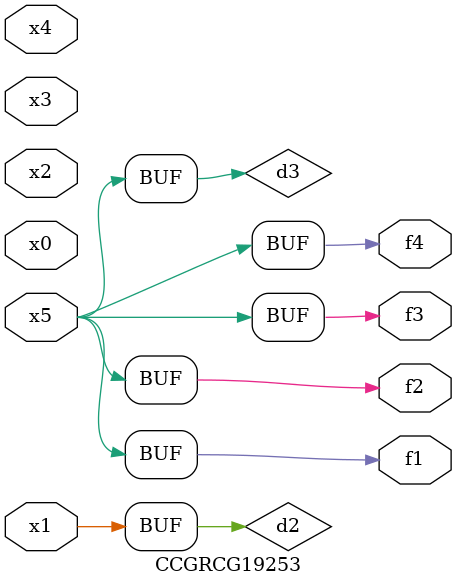
<source format=v>
module CCGRCG19253(
	input x0, x1, x2, x3, x4, x5,
	output f1, f2, f3, f4
);

	wire d1, d2, d3;

	not (d1, x5);
	or (d2, x1);
	xnor (d3, d1);
	assign f1 = d3;
	assign f2 = d3;
	assign f3 = d3;
	assign f4 = d3;
endmodule

</source>
